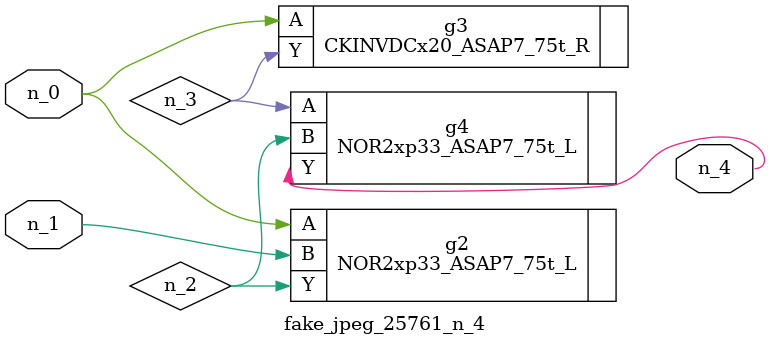
<source format=v>
module fake_jpeg_25761_n_4 (n_0, n_1, n_4);

input n_0;
input n_1;

output n_4;

wire n_3;
wire n_2;

NOR2xp33_ASAP7_75t_L g2 ( 
.A(n_0),
.B(n_1),
.Y(n_2)
);

CKINVDCx20_ASAP7_75t_R g3 ( 
.A(n_0),
.Y(n_3)
);

NOR2xp33_ASAP7_75t_L g4 ( 
.A(n_3),
.B(n_2),
.Y(n_4)
);


endmodule
</source>
